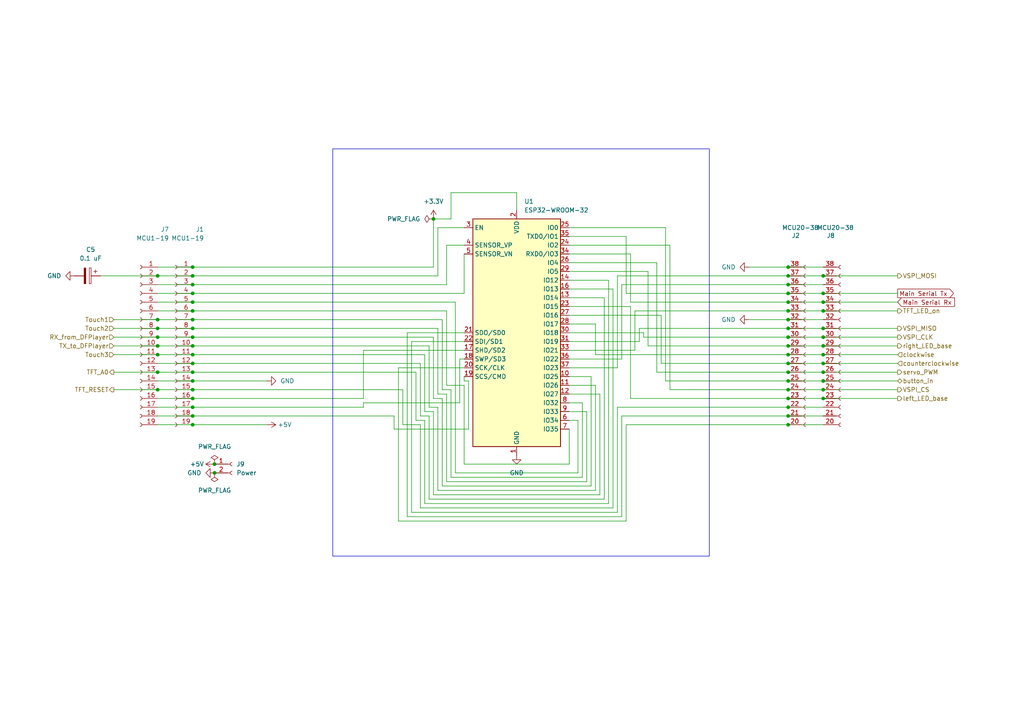
<source format=kicad_sch>
(kicad_sch (version 20231120) (generator "eeschema") (generator_version "8.0")
  (paper "A4")
  (lib_symbols
    (symbol "Connector:Conn_01x02_Socket" (pin_names (offset 1.016) hide)
      (property "Reference" "J" (at 0 2.54 0))
      (property "Value" "Conn_01x02_Socket" (at 0 -5.08 0))
      (symbol "Conn_01x02_Socket_1_1"
        (arc (start 0 -2.032) (mid -0.5058 -2.54) (end 0 -3.048) (stroke (width 0.1524)))
        (polyline (pts (xy -1.27 -2.54) (xy -0.508 -2.54)) (stroke (width 0.1524)))
        (polyline (pts (xy -1.27 0) (xy -0.508 0)) (stroke (width 0.1524)))
        (arc (start 0 0.508) (mid -0.5058 0) (end 0 -0.508) (stroke (width 0.1524)))
        (pin passive line (at -5.08 0 0) (length 3.81) (name "Pin_1") (number "1"))
        (pin passive line (at -5.08 -2.54 0) (length 3.81) (name "Pin_2") (number "2"))
      )
    )
    (symbol "Connector:Conn_01x19_Socket" (pin_names (offset 1.016) hide)
      (property "Reference" "J" (at 0 25.4 0))
      (property "Value" "Conn_01x19_Socket" (at 0 -25.4 0))
      (symbol "Conn_01x19_Socket_1_1"
        (arc (start 0 -22.352) (mid -0.5058 -22.86) (end 0 -23.368) (stroke (width 0.1524)))
        (arc (start 0 -19.812) (mid -0.5058 -20.32) (end 0 -20.828) (stroke (width 0.1524)))
        (arc (start 0 -17.272) (mid -0.5058 -17.78) (end 0 -18.288) (stroke (width 0.1524)))
        (arc (start 0 -14.732) (mid -0.5058 -15.24) (end 0 -15.748) (stroke (width 0.1524)))
        (arc (start 0 -12.192) (mid -0.5058 -12.7) (end 0 -13.208) (stroke (width 0.1524)))
        (arc (start 0 -9.652) (mid -0.5058 -10.16) (end 0 -10.668) (stroke (width 0.1524)))
        (arc (start 0 -7.112) (mid -0.5058 -7.62) (end 0 -8.128) (stroke (width 0.1524)))
        (arc (start 0 -4.572) (mid -0.5058 -5.08) (end 0 -5.588) (stroke (width 0.1524)))
        (arc (start 0 -2.032) (mid -0.5058 -2.54) (end 0 -3.048) (stroke (width 0.1524)))
        (polyline (pts (xy -1.27 -22.86) (xy -0.508 -22.86)) (stroke (width 0.1524)))
        (polyline (pts (xy -1.27 -20.32) (xy -0.508 -20.32)) (stroke (width 0.1524)))
        (polyline (pts (xy -1.27 -17.78) (xy -0.508 -17.78)) (stroke (width 0.1524)))
        (polyline (pts (xy -1.27 -15.24) (xy -0.508 -15.24)) (stroke (width 0.1524)))
        (polyline (pts (xy -1.27 -12.7) (xy -0.508 -12.7)) (stroke (width 0.1524)))
        (polyline (pts (xy -1.27 -10.16) (xy -0.508 -10.16)) (stroke (width 0.1524)))
        (polyline (pts (xy -1.27 -7.62) (xy -0.508 -7.62)) (stroke (width 0.1524)))
        (polyline (pts (xy -1.27 -5.08) (xy -0.508 -5.08)) (stroke (width 0.1524)))
        (polyline (pts (xy -1.27 -2.54) (xy -0.508 -2.54)) (stroke (width 0.1524)))
        (polyline (pts (xy -1.27 0) (xy -0.508 0)) (stroke (width 0.1524)))
        (polyline (pts (xy -1.27 2.54) (xy -0.508 2.54)) (stroke (width 0.1524)))
        (polyline (pts (xy -1.27 5.08) (xy -0.508 5.08)) (stroke (width 0.1524)))
        (polyline (pts (xy -1.27 7.62) (xy -0.508 7.62)) (stroke (width 0.1524)))
        (polyline (pts (xy -1.27 10.16) (xy -0.508 10.16)) (stroke (width 0.1524)))
        (polyline (pts (xy -1.27 12.7) (xy -0.508 12.7)) (stroke (width 0.1524)))
        (polyline (pts (xy -1.27 15.24) (xy -0.508 15.24)) (stroke (width 0.1524)))
        (polyline (pts (xy -1.27 17.78) (xy -0.508 17.78)) (stroke (width 0.1524)))
        (polyline (pts (xy -1.27 20.32) (xy -0.508 20.32)) (stroke (width 0.1524)))
        (polyline (pts (xy -1.27 22.86) (xy -0.508 22.86)) (stroke (width 0.1524)))
        (arc (start 0 0.508) (mid -0.5058 0) (end 0 -0.508) (stroke (width 0.1524)))
        (arc (start 0 3.048) (mid -0.5058 2.54) (end 0 2.032) (stroke (width 0.1524)))
        (arc (start 0 5.588) (mid -0.5058 5.08) (end 0 4.572) (stroke (width 0.1524)))
        (arc (start 0 8.128) (mid -0.5058 7.62) (end 0 7.112) (stroke (width 0.1524)))
        (arc (start 0 10.668) (mid -0.5058 10.16) (end 0 9.652) (stroke (width 0.1524)))
        (arc (start 0 13.208) (mid -0.5058 12.7) (end 0 12.192) (stroke (width 0.1524)))
        (arc (start 0 15.748) (mid -0.5058 15.24) (end 0 14.732) (stroke (width 0.1524)))
        (arc (start 0 18.288) (mid -0.5058 17.78) (end 0 17.272) (stroke (width 0.1524)))
        (arc (start 0 20.828) (mid -0.5058 20.32) (end 0 19.812) (stroke (width 0.1524)))
        (arc (start 0 23.368) (mid -0.5058 22.86) (end 0 22.352) (stroke (width 0.1524)))
        (pin passive line (at -5.08 22.86 0) (length 3.81) (name "Pin_1") (number "1"))
        (pin passive line (at -5.08 0 0) (length 3.81) (name "Pin_10") (number "10"))
        (pin passive line (at -5.08 -2.54 0) (length 3.81) (name "Pin_11") (number "11"))
        (pin passive line (at -5.08 -5.08 0) (length 3.81) (name "Pin_12") (number "12"))
        (pin passive line (at -5.08 -7.62 0) (length 3.81) (name "Pin_13") (number "13"))
        (pin passive line (at -5.08 -10.16 0) (length 3.81) (name "Pin_14") (number "14"))
        (pin passive line (at -5.08 -12.7 0) (length 3.81) (name "Pin_15") (number "15"))
        (pin passive line (at -5.08 -15.24 0) (length 3.81) (name "Pin_16") (number "16"))
        (pin passive line (at -5.08 -17.78 0) (length 3.81) (name "Pin_17") (number "17"))
        (pin passive line (at -5.08 -20.32 0) (length 3.81) (name "Pin_18") (number "18"))
        (pin passive line (at -5.08 -22.86 0) (length 3.81) (name "Pin_19") (number "19"))
        (pin passive line (at -5.08 20.32 0) (length 3.81) (name "Pin_2") (number "2"))
        (pin passive line (at -5.08 17.78 0) (length 3.81) (name "Pin_3") (number "3"))
        (pin passive line (at -5.08 15.24 0) (length 3.81) (name "Pin_4") (number "4"))
        (pin passive line (at -5.08 12.7 0) (length 3.81) (name "Pin_5") (number "5"))
        (pin passive line (at -5.08 10.16 0) (length 3.81) (name "Pin_6") (number "6"))
        (pin passive line (at -5.08 7.62 0) (length 3.81) (name "Pin_7") (number "7"))
        (pin passive line (at -5.08 5.08 0) (length 3.81) (name "Pin_8") (number "8"))
        (pin passive line (at -5.08 2.54 0) (length 3.81) (name "Pin_9") (number "9"))
      )
    )
    (symbol "Device:C_Polarized" (pin_numbers hide) (pin_names (offset 0.254))
      (property "Reference" "C" (at 0.635 2.54 0))
      (property "Value" "C_Polarized" (at 0.635 -2.54 0))
      (symbol "C_Polarized_0_1"
        (rectangle (start -2.286 0.508) (end 2.286 1.016))
        (polyline (pts (xy -1.778 2.286) (xy -0.762 2.286)))
        (polyline (pts (xy -1.27 2.794) (xy -1.27 1.778)))
        (rectangle (start 2.286 -0.508) (end -2.286 -1.016) (fill (type outline)))
      )
      (symbol "C_Polarized_1_1"
        (pin passive line (at 0 3.81 270) (length 2.794) (name "~") (number "1"))
        (pin passive line (at 0 -3.81 90) (length 2.794) (name "~") (number "2"))
      )
    )
    (symbol "Pinleiste_custom:Conn_01x19_Socket_renamed" (pin_names (offset 1.016) hide)
      (property "Reference" "J" (at 0 25.4 0))
      (property "Value" "Conn_01x19_Socket_renamed" (at 0 -25.4 0))
      (symbol "Conn_01x19_Socket_renamed_1_1"
        (arc (start 0 -22.352) (mid -0.5058 -22.86) (end 0 -23.368) (stroke (width 0.1524)))
        (arc (start 0 -19.812) (mid -0.5058 -20.32) (end 0 -20.828) (stroke (width 0.1524)))
        (arc (start 0 -17.272) (mid -0.5058 -17.78) (end 0 -18.288) (stroke (width 0.1524)))
        (arc (start 0 -14.732) (mid -0.5058 -15.24) (end 0 -15.748) (stroke (width 0.1524)))
        (arc (start 0 -12.192) (mid -0.5058 -12.7) (end 0 -13.208) (stroke (width 0.1524)))
        (arc (start 0 -9.652) (mid -0.5058 -10.16) (end 0 -10.668) (stroke (width 0.1524)))
        (arc (start 0 -7.112) (mid -0.5058 -7.62) (end 0 -8.128) (stroke (width 0.1524)))
        (arc (start 0 -4.572) (mid -0.5058 -5.08) (end 0 -5.588) (stroke (width 0.1524)))
        (arc (start 0 -2.032) (mid -0.5058 -2.54) (end 0 -3.048) (stroke (width 0.1524)))
        (polyline (pts (xy -1.27 -22.86) (xy -0.508 -22.86)) (stroke (width 0.1524)))
        (polyline (pts (xy -1.27 -20.32) (xy -0.508 -20.32)) (stroke (width 0.1524)))
        (polyline (pts (xy -1.27 -17.78) (xy -0.508 -17.78)) (stroke (width 0.1524)))
        (polyline (pts (xy -1.27 -15.24) (xy -0.508 -15.24)) (stroke (width 0.1524)))
        (polyline (pts (xy -1.27 -12.7) (xy -0.508 -12.7)) (stroke (width 0.1524)))
        (polyline (pts (xy -1.27 -10.16) (xy -0.508 -10.16)) (stroke (width 0.1524)))
        (polyline (pts (xy -1.27 -7.62) (xy -0.508 -7.62)) (stroke (width 0.1524)))
        (polyline (pts (xy -1.27 -5.08) (xy -0.508 -5.08)) (stroke (width 0.1524)))
        (polyline (pts (xy -1.27 -2.54) (xy -0.508 -2.54)) (stroke (width 0.1524)))
        (polyline (pts (xy -1.27 0) (xy -0.508 0)) (stroke (width 0.1524)))
        (polyline (pts (xy -1.27 2.54) (xy -0.508 2.54)) (stroke (width 0.1524)))
        (polyline (pts (xy -1.27 5.08) (xy -0.508 5.08)) (stroke (width 0.1524)))
        (polyline (pts (xy -1.27 7.62) (xy -0.508 7.62)) (stroke (width 0.1524)))
        (polyline (pts (xy -1.27 10.16) (xy -0.508 10.16)) (stroke (width 0.1524)))
        (polyline (pts (xy -1.27 12.7) (xy -0.508 12.7)) (stroke (width 0.1524)))
        (polyline (pts (xy -1.27 15.24) (xy -0.508 15.24)) (stroke (width 0.1524)))
        (polyline (pts (xy -1.27 17.78) (xy -0.508 17.78)) (stroke (width 0.1524)))
        (polyline (pts (xy -1.27 20.32) (xy -0.508 20.32)) (stroke (width 0.1524)))
        (polyline (pts (xy -1.27 22.86) (xy -0.508 22.86)) (stroke (width 0.1524)))
        (arc (start 0 0.508) (mid -0.5058 0) (end 0 -0.508) (stroke (width 0.1524)))
        (arc (start 0 3.048) (mid -0.5058 2.54) (end 0 2.032) (stroke (width 0.1524)))
        (arc (start 0 5.588) (mid -0.5058 5.08) (end 0 4.572) (stroke (width 0.1524)))
        (arc (start 0 8.128) (mid -0.5058 7.62) (end 0 7.112) (stroke (width 0.1524)))
        (arc (start 0 10.668) (mid -0.5058 10.16) (end 0 9.652) (stroke (width 0.1524)))
        (arc (start 0 13.208) (mid -0.5058 12.7) (end 0 12.192) (stroke (width 0.1524)))
        (arc (start 0 15.748) (mid -0.5058 15.24) (end 0 14.732) (stroke (width 0.1524)))
        (arc (start 0 18.288) (mid -0.5058 17.78) (end 0 17.272) (stroke (width 0.1524)))
        (arc (start 0 20.828) (mid -0.5058 20.32) (end 0 19.812) (stroke (width 0.1524)))
        (arc (start 0 23.368) (mid -0.5058 22.86) (end 0 22.352) (stroke (width 0.1524)))
        (pin passive line (at -5.08 -22.86 0) (length 3.81) (name "Pin_20") (number "20"))
        (pin passive line (at -5.08 -20.32 0) (length 3.81) (name "Pin_21") (number "21"))
        (pin passive line (at -5.08 -17.78 0) (length 3.81) (name "Pin_22") (number "22"))
        (pin passive line (at -5.08 -15.24 0) (length 3.81) (name "Pin_23") (number "23"))
        (pin passive line (at -5.08 -12.7 0) (length 3.81) (name "Pin_24") (number "24"))
        (pin passive line (at -5.08 -10.16 0) (length 3.81) (name "Pin_25") (number "25"))
        (pin passive line (at -5.08 -7.62 0) (length 3.81) (name "Pin_26") (number "26"))
        (pin passive line (at -5.08 -5.08 0) (length 3.81) (name "Pin_27") (number "27"))
        (pin passive line (at -5.08 -2.54 0) (length 3.81) (name "Pin_28") (number "28"))
        (pin passive line (at -5.08 0 0) (length 3.81) (name "Pin_29") (number "29"))
        (pin passive line (at -5.08 2.54 0) (length 3.81) (name "Pin_30") (number "30"))
        (pin passive line (at -5.08 5.08 0) (length 3.81) (name "Pin_31") (number "31"))
        (pin passive line (at -5.08 7.62 0) (length 3.81) (name "Pin_32") (number "32"))
        (pin passive line (at -5.08 10.16 0) (length 3.81) (name "Pin_33") (number "33"))
        (pin passive line (at -5.08 12.7 0) (length 3.81) (name "Pin_34") (number "34"))
        (pin passive line (at -5.08 15.24 0) (length 3.81) (name "Pin_35") (number "35"))
        (pin passive line (at -5.08 17.78 0) (length 3.81) (name "Pin_36") (number "36"))
        (pin passive line (at -5.08 20.32 0) (length 3.81) (name "Pin_37") (number "37"))
        (pin passive line (at -5.08 22.86 0) (length 3.81) (name "Pin_38") (number "38"))
      )
    )
    (symbol "RF_Module:ESP32-WROOM-32"
      (property "Reference" "U" (at -12.7 34.29 0))
      (property "Value" "ESP32-WROOM-32" (at 1.27 34.29 0))
      (symbol "ESP32-WROOM-32_0_1"
        (rectangle (start -12.7 33.02) (end 12.7 -33.02) (stroke (width 0.254)) (fill (type background)))
      )
      (symbol "ESP32-WROOM-32_1_1"
        (pin power_in line (at 0 -35.56 90) (length 2.54) (name "GND") (number "1"))
        (pin bidirectional line (at 15.24 -12.7 180) (length 2.54) (name "IO25") (number "10"))
        (pin bidirectional line (at 15.24 -15.24 180) (length 2.54) (name "IO26") (number "11"))
        (pin bidirectional line (at 15.24 -17.78 180) (length 2.54) (name "IO27") (number "12"))
        (pin bidirectional line (at 15.24 10.16 180) (length 2.54) (name "IO14") (number "13"))
        (pin bidirectional line (at 15.24 15.24 180) (length 2.54) (name "IO12") (number "14"))
        (pin passive line (at 0 -35.56 90) (length 2.54) hide (name "GND") (number "15"))
        (pin bidirectional line (at 15.24 12.7 180) (length 2.54) (name "IO13") (number "16"))
        (pin bidirectional line (at -15.24 -5.08 0) (length 2.54) (name "SHD/SD2") (number "17"))
        (pin bidirectional line (at -15.24 -7.62 0) (length 2.54) (name "SWP/SD3") (number "18"))
        (pin bidirectional line (at -15.24 -12.7 0) (length 2.54) (name "SCS/CMD") (number "19"))
        (pin power_in line (at 0 35.56 270) (length 2.54) (name "VDD") (number "2"))
        (pin bidirectional line (at -15.24 -10.16 0) (length 2.54) (name "SCK/CLK") (number "20"))
        (pin bidirectional line (at -15.24 0 0) (length 2.54) (name "SDO/SD0") (number "21"))
        (pin bidirectional line (at -15.24 -2.54 0) (length 2.54) (name "SDI/SD1") (number "22"))
        (pin bidirectional line (at 15.24 7.62 180) (length 2.54) (name "IO15") (number "23"))
        (pin bidirectional line (at 15.24 25.4 180) (length 2.54) (name "IO2") (number "24"))
        (pin bidirectional line (at 15.24 30.48 180) (length 2.54) (name "IO0") (number "25"))
        (pin bidirectional line (at 15.24 20.32 180) (length 2.54) (name "IO4") (number "26"))
        (pin bidirectional line (at 15.24 5.08 180) (length 2.54) (name "IO16") (number "27"))
        (pin bidirectional line (at 15.24 2.54 180) (length 2.54) (name "IO17") (number "28"))
        (pin bidirectional line (at 15.24 17.78 180) (length 2.54) (name "IO5") (number "29"))
        (pin input line (at -15.24 30.48 0) (length 2.54) (name "EN") (number "3"))
        (pin bidirectional line (at 15.24 0 180) (length 2.54) (name "IO18") (number "30"))
        (pin bidirectional line (at 15.24 -2.54 180) (length 2.54) (name "IO19") (number "31"))
        (pin no_connect line (at -12.7 -27.94 0) (length 2.54) hide (name "NC") (number "32"))
        (pin bidirectional line (at 15.24 -5.08 180) (length 2.54) (name "IO21") (number "33"))
        (pin bidirectional line (at 15.24 22.86 180) (length 2.54) (name "RXD0/IO3") (number "34"))
        (pin bidirectional line (at 15.24 27.94 180) (length 2.54) (name "TXD0/IO1") (number "35"))
        (pin bidirectional line (at 15.24 -7.62 180) (length 2.54) (name "IO22") (number "36"))
        (pin bidirectional line (at 15.24 -10.16 180) (length 2.54) (name "IO23") (number "37"))
        (pin passive line (at 0 -35.56 90) (length 2.54) hide (name "GND") (number "38"))
        (pin passive line (at 0 -35.56 90) (length 2.54) hide (name "GND") (number "39"))
        (pin input line (at -15.24 25.4 0) (length 2.54) (name "SENSOR_VP") (number "4"))
        (pin input line (at -15.24 22.86 0) (length 2.54) (name "SENSOR_VN") (number "5"))
        (pin input line (at 15.24 -25.4 180) (length 2.54) (name "IO34") (number "6"))
        (pin input line (at 15.24 -27.94 180) (length 2.54) (name "IO35") (number "7"))
        (pin bidirectional line (at 15.24 -20.32 180) (length 2.54) (name "IO32") (number "8"))
        (pin bidirectional line (at 15.24 -22.86 180) (length 2.54) (name "IO33") (number "9"))
      )
    )
    (symbol "power:+3.3V" (power) (pin_numbers hide) (pin_names (offset 0) hide)
      (property "Value" "+3.3V" (at 0 3.556 0))
      (symbol "+3.3V_0_1"
        (polyline (pts (xy -0.762 1.27) (xy 0 2.54)))
        (polyline (pts (xy 0 0) (xy 0 2.54)))
        (polyline (pts (xy 0 2.54) (xy 0.762 1.27)))
      )
      (symbol "+3.3V_1_1"
        (pin power_in line (at 0 0 90) (length 0) (name "~") (number "1"))
      )
    )
    (symbol "power:+5V" (power) (pin_numbers hide) (pin_names (offset 0) hide)
      (property "Value" "+5V" (at 0 3.556 0))
      (symbol "+5V_0_1"
        (polyline (pts (xy -0.762 1.27) (xy 0 2.54)))
        (polyline (pts (xy 0 0) (xy 0 2.54)))
        (polyline (pts (xy 0 2.54) (xy 0.762 1.27)))
      )
      (symbol "+5V_1_1"
        (pin power_in line (at 0 0 90) (length 0) (name "~") (number "1"))
      )
    )
    (symbol "power:GND" (power) (pin_numbers hide) (pin_names (offset 0) hide)
      (property "Value" "GND" (at 0 -3.81 0))
      (symbol "GND_0_1"
        (polyline (pts (xy 0 0) (xy 0 -1.27) (xy 1.27 -1.27) (xy 0 -2.54) (xy -1.27 -1.27) (xy 0 -1.27)))
      )
      (symbol "GND_1_1"
        (pin power_in line (at 0 0 270) (length 0) (name "~") (number "1"))
      )
    )
    (symbol "power:PWR_FLAG" (power) (pin_numbers hide) (pin_names (offset 0) hide)
      (property "Value" "PWR_FLAG" (at 0 3.81 0))
      (symbol "PWR_FLAG_0_0"
        (pin power_out line (at 0 0 90) (length 0) (name "~") (number "1"))
      )
      (symbol "PWR_FLAG_0_1"
        (polyline (pts (xy 0 0) (xy 0 1.27) (xy -1.016 1.905) (xy 0 2.54) (xy 1.016 1.905) (xy 0 1.27)))
      )
    )
  )
  (junction (at 62.23 137.16))
  (junction (at 238.76 110.49))
  (junction (at 228.6 92.71))
  (junction (at 55.88 105.41))
  (junction (at 55.88 95.25))
  (junction (at 55.88 82.55))
  (junction (at 55.88 115.57))
  (junction (at 238.76 97.79))
  (junction (at 228.6 87.63))
  (junction (at 62.23 134.62))
  (junction (at 55.88 102.87))
  (junction (at 228.6 97.79))
  (junction (at 228.6 82.55))
  (junction (at 55.88 80.01))
  (junction (at 228.6 100.33))
  (junction (at 55.88 77.47))
  (junction (at 45.72 92.71))
  (junction (at 228.6 90.17))
  (junction (at 238.76 87.63))
  (junction (at 55.88 100.33))
  (junction (at 228.6 105.41))
  (junction (at 228.6 120.65))
  (junction (at 55.88 113.03))
  (junction (at 55.88 120.65))
  (junction (at 45.72 80.01))
  (junction (at 238.76 85.09))
  (junction (at 55.88 118.11))
  (junction (at 55.88 107.95))
  (junction (at 55.88 97.79))
  (junction (at 55.88 90.17))
  (junction (at 55.88 87.63))
  (junction (at 238.76 102.87))
  (junction (at 55.88 92.71))
  (junction (at 238.76 113.03))
  (junction (at 238.76 100.33))
  (junction (at 125.73 63.5))
  (junction (at 238.76 90.17))
  (junction (at 45.72 97.79))
  (junction (at 228.6 77.47))
  (junction (at 228.6 80.01))
  (junction (at 228.6 115.57))
  (junction (at 228.6 95.25))
  (junction (at 45.72 107.95))
  (junction (at 228.6 85.09))
  (junction (at 45.72 100.33))
  (junction (at 45.72 95.25))
  (junction (at 238.76 80.01))
  (junction (at 228.6 118.11))
  (junction (at 55.88 110.49))
  (junction (at 228.6 113.03))
  (junction (at 238.76 107.95))
  (junction (at 228.6 107.95))
  (junction (at 45.72 102.87))
  (junction (at 238.76 95.25))
  (junction (at 228.6 102.87))
  (junction (at 228.6 110.49))
  (junction (at 55.88 85.09))
  (junction (at 55.88 123.19))
  (junction (at 228.6 123.19))
  (junction (at 238.76 105.41))
  (junction (at 45.72 113.03))
  (junction (at 238.76 115.57))
  (wire (pts (xy 134.62 73.66) (xy 134.62 85.09)))
  (wire (pts (xy 55.88 85.09) (xy 134.62 85.09)))
  (wire (pts (xy 45.72 85.09) (xy 55.88 85.09)))
  (wire (pts (xy 149.86 55.88) (xy 149.86 60.96)))
  (wire (pts (xy 228.6 113.03) (xy 238.76 113.03)))
  (wire (pts (xy 190.5 107.95) (xy 228.6 107.95)))
  (wire (pts (xy 29.21 80.01) (xy 45.72 80.01)))
  (wire (pts (xy 130.81 113.03) (xy 128.27 113.03)))
  (wire (pts (xy 134.62 99.06) (xy 119.38 99.06)))
  (wire (pts (xy 186.69 96.52) (xy 186.69 97.79)))
  (wire (pts (xy 33.02 100.33) (xy 45.72 100.33)))
  (wire (pts (xy 187.96 100.33) (xy 228.6 100.33)))
  (wire (pts (xy 45.72 105.41) (xy 55.88 105.41)))
  (wire (pts (xy 45.72 97.79) (xy 55.88 97.79)))
  (wire (pts (xy 129.54 71.12) (xy 129.54 82.55)))
  (wire (pts (xy 130.81 63.5) (xy 130.81 55.88)))
  (wire (pts (xy 193.04 110.49) (xy 228.6 110.49)))
  (wire (pts (xy 179.07 118.11) (xy 228.6 118.11)))
  (wire (pts (xy 238.76 87.63) (xy 260.35 87.63)))
  (wire (pts (xy 217.17 92.71) (xy 228.6 92.71)))
  (wire (pts (xy 128.27 115.57) (xy 125.73 115.57)))
  (wire (pts (xy 33.02 107.95) (xy 45.72 107.95)))
  (wire (pts (xy 127 66.04) (xy 134.62 66.04)))
  (wire (pts (xy 181.61 68.58) (xy 181.61 85.09)))
  (wire (pts (xy 121.92 123.19) (xy 116.84 123.19)))
  (wire (pts (xy 125.73 63.5) (xy 125.73 77.47)))
  (wire (pts (xy 45.72 102.87) (xy 55.88 102.87)))
  (wire (pts (xy 134.62 104.14) (xy 133.35 104.14)))
  (wire (pts (xy 105.41 101.6) (xy 134.62 101.6)))
  (wire (pts (xy 55.88 77.47) (xy 125.73 77.47)))
  (wire (pts (xy 45.72 110.49) (xy 55.88 110.49)))
  (wire (pts (xy 128.27 140.97) (xy 128.27 115.57)))
  (wire (pts (xy 55.88 115.57) (xy 105.41 115.57)))
  (wire (pts (xy 182.88 87.63) (xy 228.6 87.63)))
  (wire (pts (xy 238.76 107.95) (xy 260.35 107.95)))
  (wire (pts (xy 116.84 123.19) (xy 116.84 113.03)))
  (wire (pts (xy 165.1 66.04) (xy 193.04 66.04)))
  (wire (pts (xy 179.07 106.68) (xy 179.07 80.01)))
  (wire (pts (xy 170.18 119.38) (xy 165.1 119.38)))
  (wire (pts (xy 55.88 92.71) (xy 128.27 92.71)))
  (wire (pts (xy 171.45 140.97) (xy 128.27 140.97)))
  (wire (pts (xy 115.57 151.13) (xy 181.61 151.13)))
  (wire (pts (xy 119.38 99.06) (xy 119.38 148.59)))
  (wire (pts (xy 238.76 85.09) (xy 260.35 85.09)))
  (wire (pts (xy 45.72 87.63) (xy 55.88 87.63)))
  (wire (pts (xy 182.88 115.57) (xy 228.6 115.57)))
  (wire (pts (xy 115.57 106.68) (xy 115.57 151.13)))
  (wire (pts (xy 105.41 118.11) (xy 105.41 116.84)))
  (wire (pts (xy 228.6 80.01) (xy 238.76 80.01)))
  (wire (pts (xy 165.1 114.3) (xy 173.99 114.3)))
  (wire (pts (xy 238.76 110.49) (xy 260.35 110.49)))
  (wire (pts (xy 228.6 85.09) (xy 238.76 85.09)))
  (wire (pts (xy 175.26 144.78) (xy 124.46 144.78)))
  (wire (pts (xy 55.88 97.79) (xy 125.73 97.79)))
  (wire (pts (xy 45.72 92.71) (xy 55.88 92.71)))
  (wire (pts (xy 172.72 102.87) (xy 228.6 102.87)))
  (wire (pts (xy 238.76 100.33) (xy 260.35 100.33)))
  (wire (pts (xy 118.11 96.52) (xy 118.11 149.86)))
  (wire (pts (xy 173.99 143.51) (xy 125.73 143.51)))
  (wire (pts (xy 184.15 101.6) (xy 184.15 90.17)))
  (wire (pts (xy 134.62 110.49) (xy 135.89 110.49)))
  (wire (pts (xy 165.1 111.76) (xy 172.72 111.76)))
  (wire (pts (xy 55.88 82.55) (xy 129.54 82.55)))
  (wire (pts (xy 165.1 116.84) (xy 168.91 116.84)))
  (wire (pts (xy 55.88 100.33) (xy 124.46 100.33)))
  (wire (pts (xy 228.6 107.95) (xy 238.76 107.95)))
  (wire (pts (xy 165.1 71.12) (xy 194.31 71.12)))
  (wire (pts (xy 182.88 73.66) (xy 182.88 87.63)))
  (wire (pts (xy 185.42 95.25) (xy 228.6 95.25)))
  (wire (pts (xy 182.88 88.9) (xy 182.88 115.57)))
  (wire (pts (xy 238.76 95.25) (xy 260.35 95.25)))
  (wire (pts (xy 168.91 116.84) (xy 168.91 138.43)))
  (wire (pts (xy 238.76 105.41) (xy 260.35 105.41)))
  (wire (pts (xy 134.62 96.52) (xy 118.11 96.52)))
  (wire (pts (xy 165.1 73.66) (xy 182.88 73.66)))
  (wire (pts (xy 127 66.04) (xy 127 80.01)))
  (wire (pts (xy 238.76 102.87) (xy 260.35 102.87)))
  (wire (pts (xy 33.02 97.79) (xy 45.72 97.79)))
  (wire (pts (xy 45.72 82.55) (xy 55.88 82.55)))
  (wire (pts (xy 123.19 119.38) (xy 123.19 102.87)))
  (wire (pts (xy 165.1 76.2) (xy 190.5 76.2)))
  (wire (pts (xy 105.41 101.6) (xy 105.41 115.57)))
  (wire (pts (xy 45.72 118.11) (xy 55.88 118.11)))
  (wire (pts (xy 129.54 114.3) (xy 129.54 139.7)))
  (wire (pts (xy 217.17 77.47) (xy 228.6 77.47)))
  (wire (pts (xy 55.88 87.63) (xy 132.08 87.63)))
  (wire (pts (xy 177.8 83.82) (xy 177.8 147.32)))
  (wire (pts (xy 167.64 121.92) (xy 167.64 137.16)))
  (wire (pts (xy 121.92 147.32) (xy 121.92 123.19)))
  (wire (pts (xy 194.31 71.12) (xy 194.31 113.03)))
  (wire (pts (xy 165.1 96.52) (xy 186.69 96.52)))
  (wire (pts (xy 45.72 107.95) (xy 55.88 107.95)))
  (wire (pts (xy 33.02 95.25) (xy 45.72 95.25)))
  (wire (pts (xy 185.42 99.06) (xy 185.42 95.25)))
  (wire (pts (xy 228.6 110.49) (xy 238.76 110.49)))
  (wire (pts (xy 165.1 78.74) (xy 187.96 78.74)))
  (wire (pts (xy 118.11 149.86) (xy 180.34 149.86)))
  (wire (pts (xy 172.72 111.76) (xy 172.72 142.24)))
  (wire (pts (xy 129.54 139.7) (xy 170.18 139.7)))
  (wire (pts (xy 180.34 104.14) (xy 180.34 82.55)))
  (wire (pts (xy 33.02 102.87) (xy 45.72 102.87)))
  (wire (pts (xy 172.72 93.98) (xy 172.72 102.87)))
  (wire (pts (xy 238.76 113.03) (xy 260.35 113.03)))
  (wire (pts (xy 45.72 123.19) (xy 55.88 123.19)))
  (wire (pts (xy 124.46 118.11) (xy 124.46 100.33)))
  (wire (pts (xy 55.88 95.25) (xy 127 95.25)))
  (wire (pts (xy 114.3 124.46) (xy 114.3 120.65)))
  (wire (pts (xy 165.1 106.68) (xy 179.07 106.68)))
  (wire (pts (xy 134.62 106.68) (xy 115.57 106.68)))
  (wire (pts (xy 125.73 115.57) (xy 125.73 97.79)))
  (wire (pts (xy 127 95.25) (xy 127 114.3)))
  (wire (pts (xy 134.62 109.22) (xy 134.62 110.49)))
  (wire (pts (xy 123.19 146.05) (xy 123.19 121.92)))
  (wire (pts (xy 165.1 91.44) (xy 191.77 91.44)))
  (wire (pts (xy 173.99 114.3) (xy 173.99 143.51)))
  (wire (pts (xy 191.77 105.41) (xy 228.6 105.41)))
  (wire (pts (xy 45.72 100.33) (xy 55.88 100.33)))
  (wire (pts (xy 165.1 99.06) (xy 185.42 99.06)))
  (wire (pts (xy 179.07 148.59) (xy 179.07 118.11)))
  (wire (pts (xy 55.88 113.03) (xy 116.84 113.03)))
  (wire (pts (xy 120.65 121.92) (xy 120.65 107.95)))
  (wire (pts (xy 33.02 92.71) (xy 45.72 92.71)))
  (wire (pts (xy 180.34 149.86) (xy 180.34 120.65)))
  (wire (pts (xy 45.72 77.47) (xy 55.88 77.47)))
  (wire (pts (xy 171.45 109.22) (xy 171.45 140.97)))
  (wire (pts (xy 175.26 86.36) (xy 175.26 144.78)))
  (wire (pts (xy 130.81 55.88) (xy 149.86 55.88)))
  (wire (pts (xy 135.89 124.46) (xy 114.3 124.46)))
  (wire (pts (xy 45.72 120.65) (xy 55.88 120.65)))
  (wire (pts (xy 55.88 123.19) (xy 77.47 123.19)))
  (wire (pts (xy 180.34 82.55) (xy 228.6 82.55)))
  (wire (pts (xy 165.1 68.58) (xy 181.61 68.58)))
  (wire (pts (xy 165.1 88.9) (xy 182.88 88.9)))
  (wire (pts (xy 55.88 102.87) (xy 123.19 102.87)))
  (wire (pts (xy 186.69 97.79) (xy 228.6 97.79)))
  (wire (pts (xy 228.6 115.57) (xy 238.76 115.57)))
  (wire (pts (xy 124.46 120.65) (xy 121.92 120.65)))
  (wire (pts (xy 167.64 137.16) (xy 132.08 137.16)))
  (wire (pts (xy 133.35 104.14) (xy 133.35 116.84)))
  (wire (pts (xy 228.6 123.19) (xy 238.76 123.19)))
  (wire (pts (xy 228.6 77.47) (xy 238.76 77.47)))
  (wire (pts (xy 168.91 138.43) (xy 130.81 138.43)))
  (wire (pts (xy 238.76 90.17) (xy 260.35 90.17)))
  (wire (pts (xy 130.81 138.43) (xy 130.81 113.03)))
  (wire (pts (xy 127 118.11) (xy 124.46 118.11)))
  (wire (pts (xy 165.1 109.22) (xy 171.45 109.22)))
  (wire (pts (xy 187.96 78.74) (xy 187.96 100.33)))
  (wire (pts (xy 165.1 101.6) (xy 184.15 101.6)))
  (wire (pts (xy 228.6 100.33) (xy 238.76 100.33)))
  (wire (pts (xy 180.34 120.65) (xy 228.6 120.65)))
  (wire (pts (xy 184.15 90.17) (xy 228.6 90.17)))
  (wire (pts (xy 55.88 110.49) (xy 77.47 110.49)))
  (wire (pts (xy 121.92 120.65) (xy 121.92 105.41)))
  (wire (pts (xy 55.88 118.11) (xy 105.41 118.11)))
  (wire (pts (xy 45.72 113.03) (xy 55.88 113.03)))
  (wire (pts (xy 123.19 121.92) (xy 120.65 121.92)))
  (wire (pts (xy 181.61 85.09) (xy 228.6 85.09)))
  (wire (pts (xy 134.62 71.12) (xy 129.54 71.12)))
  (wire (pts (xy 55.88 107.95) (xy 120.65 107.95)))
  (wire (pts (xy 181.61 151.13) (xy 181.61 123.19)))
  (wire (pts (xy 125.73 63.5) (xy 130.81 63.5)))
  (wire (pts (xy 181.61 123.19) (xy 228.6 123.19)))
  (wire (pts (xy 228.6 105.41) (xy 238.76 105.41)))
  (wire (pts (xy 45.72 80.01) (xy 55.88 80.01)))
  (wire (pts (xy 129.54 111.76) (xy 129.54 90.17)))
  (wire (pts (xy 134.62 111.76) (xy 129.54 111.76)))
  (wire (pts (xy 228.6 90.17) (xy 238.76 90.17)))
  (wire (pts (xy 45.72 115.57) (xy 55.88 115.57)))
  (wire (pts (xy 176.53 146.05) (xy 123.19 146.05)))
  (wire (pts (xy 165.1 93.98) (xy 172.72 93.98)))
  (wire (pts (xy 228.6 82.55) (xy 238.76 82.55)))
  (wire (pts (xy 165.1 134.62) (xy 134.62 134.62)))
  (wire (pts (xy 177.8 147.32) (xy 121.92 147.32)))
  (wire (pts (xy 165.1 83.82) (xy 177.8 83.82)))
  (wire (pts (xy 179.07 80.01) (xy 228.6 80.01)))
  (wire (pts (xy 124.46 144.78) (xy 124.46 120.65)))
  (wire (pts (xy 228.6 102.87) (xy 238.76 102.87)))
  (wire (pts (xy 170.18 139.7) (xy 170.18 119.38)))
  (wire (pts (xy 127 114.3) (xy 129.54 114.3)))
  (wire (pts (xy 135.89 110.49) (xy 135.89 124.46)))
  (wire (pts (xy 190.5 76.2) (xy 190.5 107.95)))
  (wire (pts (xy 127 142.24) (xy 127 118.11)))
  (wire (pts (xy 191.77 91.44) (xy 191.77 105.41)))
  (wire (pts (xy 134.62 134.62) (xy 134.62 111.76)))
  (wire (pts (xy 128.27 113.03) (xy 128.27 92.71)))
  (wire (pts (xy 238.76 80.01) (xy 260.35 80.01)))
  (wire (pts (xy 165.1 104.14) (xy 180.34 104.14)))
  (wire (pts (xy 238.76 97.79) (xy 260.35 97.79)))
  (wire (pts (xy 119.38 148.59) (xy 179.07 148.59)))
  (wire (pts (xy 133.35 116.84) (xy 105.41 116.84)))
  (wire (pts (xy 165.1 81.28) (xy 176.53 81.28)))
  (wire (pts (xy 238.76 115.57) (xy 260.35 115.57)))
  (wire (pts (xy 125.73 119.38) (xy 123.19 119.38)))
  (wire (pts (xy 55.88 105.41) (xy 121.92 105.41)))
  (wire (pts (xy 228.6 87.63) (xy 238.76 87.63)))
  (wire (pts (xy 45.72 95.25) (xy 55.88 95.25)))
  (wire (pts (xy 228.6 95.25) (xy 238.76 95.25)))
  (wire (pts (xy 132.08 137.16) (xy 132.08 87.63)))
  (wire (pts (xy 165.1 121.92) (xy 167.64 121.92)))
  (wire (pts (xy 165.1 86.36) (xy 175.26 86.36)))
  (wire (pts (xy 55.88 120.65) (xy 114.3 120.65)))
  (wire (pts (xy 228.6 97.79) (xy 238.76 97.79)))
  (wire (pts (xy 127 142.24) (xy 172.72 142.24)))
  (wire (pts (xy 55.88 80.01) (xy 127 80.01)))
  (wire (pts (xy 55.88 90.17) (xy 129.54 90.17)))
  (wire (pts (xy 125.73 143.51) (xy 125.73 119.38)))
  (wire (pts (xy 176.53 81.28) (xy 176.53 146.05)))
  (wire (pts (xy 193.04 66.04) (xy 193.04 110.49)))
  (wire (pts (xy 165.1 124.46) (xy 165.1 134.62)))
  (wire (pts (xy 33.02 113.03) (xy 45.72 113.03)))
  (wire (pts (xy 228.6 118.11) (xy 238.76 118.11)))
  (wire (pts (xy 228.6 120.65) (xy 238.76 120.65)))
  (wire (pts (xy 45.72 90.17) (xy 55.88 90.17)))
  (wire (pts (xy 228.6 92.71) (xy 238.76 92.71)))
  (wire (pts (xy 194.31 113.03) (xy 228.6 113.03)))
  (rectangle (start 96.52 43.18) (end 205.74 161.29))
  (global_label "Main Serial Tx" (shape output) (at 260.35 85.09 0) (property "Intersheetrefs" "${INTERSHEET_REFS}" (effects (hide yes))))
  (global_label "Main Serial Rx" (shape input) (at 260.35 87.63 0) (property "Intersheetrefs" "${INTERSHEET_REFS}" (effects (hide yes))))
  (hierarchical_label "VSPI_MISO" (shape output) (at 260.35 95.25 0))
  (hierarchical_label "right_LED_base" (shape output) (at 260.35 100.33 0))
  (hierarchical_label "clockwise" (shape input) (at 260.35 102.87 0))
  (hierarchical_label "counterclockwise" (shape input) (at 260.35 105.41 0))
  (hierarchical_label "TFT_LED_on" (shape output) (at 260.35 90.17 0))
  (hierarchical_label "TFT_A0" (shape output) (at 33.02 107.95 180))
  (hierarchical_label "VSPI_MOSI" (shape output) (at 260.35 80.01 0))
  (hierarchical_label "button_in" (shape bidirectional) (at 260.35 110.49 0))
  (hierarchical_label "Touch3" (shape input) (at 33.02 102.87 180))
  (hierarchical_label "TFT_RESET" (shape output) (at 33.02 113.03 180))
  (hierarchical_label "VSPI_CLK" (shape output) (at 260.35 97.79 0))
  (hierarchical_label "RX_from_DFPlayer" (shape input) (at 33.02 97.79 180))
  (hierarchical_label "left_LED_base" (shape output) (at 260.35 115.57 0))
  (hierarchical_label "VSPI_CS" (shape output) (at 260.35 113.03 0))
  (hierarchical_label "servo_PWM" (shape output) (at 260.35 107.95 0))
  (hierarchical_label "TX_to_DFPlayer" (shape input) (at 33.02 100.33 180))
  (hierarchical_label "Touch1" (shape input) (at 33.02 92.71 180))
  (hierarchical_label "Touch2" (shape input) (at 33.02 95.25 180))
  (symbol (lib_id "Pinleiste_custom:Conn_01x19_Socket_renamed") (at 233.68 100.33 0) (unit 1)
    (property "Reference" "J2" (at 229.616 68.326 0) (effects (justify left)))
    (property "Value" "MCU20-38" (at 226.822 66.04 0) (effects (justify left)))
    (property "Footprint" "1x19_renumbered:PinSocket_1x19_P2.54mm_Vertical_renumbered" (effects (hide yes)))
    (property "Description" "Generic connector, single row, 01x19, script generated" (effects (hide yes)))
  )
  (symbol (lib_id "power:GND") (at 217.17 77.47 270) (unit 1)
    (property "Reference" "#PWR04" (effects (hide yes)))
    (property "Value" "GND" (at 213.36 77.4699 90) (effects (justify right)))
    (property "Description" "Power symbol creates a global label with name \"GND\" , ground" (effects (hide yes)))
  )
  (symbol (lib_id "power:PWR_FLAG") (at 62.23 134.62 0) (unit 1)
    (property "Reference" "#FLG02" (effects (hide yes)))
    (property "Value" "PWR_FLAG" (at 62.23 129.54 0))
    (property "Description" "Special symbol for telling ERC where power comes from" (effects (hide yes)))
  )
  (symbol (lib_id "power:+3.3V") (at 125.73 63.5 0) (unit 1)
    (property "Reference" "#PWR02" (effects (hide yes)))
    (property "Value" "+3.3V" (at 125.73 58.42 0))
    (property "Description" "Power symbol creates a global label with name \"+3.3V\"" (effects (hide yes)))
  )
  (symbol (lib_id "power:GND") (at 217.17 92.71 270) (unit 1)
    (property "Reference" "#PWR05" (effects (hide yes)))
    (property "Value" "GND" (at 213.36 92.7099 90) (effects (justify right)))
    (property "Description" "Power symbol creates a global label with name \"GND\" , ground" (effects (hide yes)))
  )
  (symbol (lib_id "Connector:Conn_01x19_Socket") (at 50.8 100.33 0) (mirror y) (unit 1)
    (property "Reference" "J1" (at 59.182 66.548 0) (effects (justify left)))
    (property "Value" "MCU1-19" (at 59.182 69.088 0) (effects (justify left)))
    (property "Footprint" "Connector_PinHeader_2.54mm:PinHeader_1x19_P2.54mm_Vertical" (effects (hide yes)))
    (property "Description" "Generic connector, single row, 01x19, script generated" (effects (hide yes)))
  )
  (symbol (lib_id "power:GND") (at 21.59 80.01 270) (unit 1)
    (property "Reference" "#PWR029" (effects (hide yes)))
    (property "Value" "GND" (at 17.78 80.0099 90) (effects (justify right)))
    (property "Description" "Power symbol creates a global label with name \"GND\" , ground" (effects (hide yes)))
  )
  (symbol (lib_id "power:+5V") (at 77.47 123.19 270) (unit 1)
    (property "Reference" "#PWR01" (effects (hide yes)))
    (property "Value" "+5V" (at 80.518 123.19 90) (effects (justify left)))
    (property "Description" "Power symbol creates a global label with name \"+5V\"" (effects (hide yes)))
  )
  (symbol (lib_id "RF_Module:ESP32-WROOM-32") (at 149.86 96.52 0) (unit 1) (exclude_from_sim yes) (in_bom no) (on_board no)
    (property "Reference" "U1" (at 152.0541 58.42 0) (effects (justify left)))
    (property "Value" "ESP32-WROOM-32" (at 152.0541 60.96 0) (effects (justify left)))
    (property "Footprint" "esp32:MODULE_ESP32_NODEMCU-USB-C" (effects (hide yes)))
    (property "Datasheet" "https://www.espressif.com/sites/default/files/documentation/esp32-wroom-32_datasheet_en.pdf" (effects (hide yes)))
    (property "Description" "RF Module, ESP32-D0WDQ6 SoC, Wi-Fi 802.11b/g/n, Bluetooth, BLE, 32-bit, 2.7-3.6V, onboard antenna, SMD" (effects (hide yes)))
  )
  (symbol (lib_id "Device:C_Polarized") (at 25.4 80.01 270) (unit 1)
    (property "Reference" "C5" (at 26.289 72.39 90))
    (property "Value" "0.1 uF" (at 26.289 74.93 90))
    (property "Footprint" "Capacitor_THT:CP_Radial_D5.0mm_P2.50mm" (effects (hide yes)))
    (property "Description" "Polarized capacitor" (effects (hide yes)))
  )
  (symbol (lib_id "power:GND") (at 62.23 137.16 270) (unit 1)
    (property "Reference" "#PWR022" (effects (hide yes)))
    (property "Value" "GND" (at 58.42 137.1599 90) (effects (justify right)))
    (property "Description" "Power symbol creates a global label with name \"GND\" , ground" (effects (hide yes)))
  )
  (symbol (lib_id "power:PWR_FLAG") (at 125.73 63.5 90) (unit 1)
    (property "Reference" "#FLG01" (effects (hide yes)))
    (property "Value" "PWR_FLAG" (at 121.92 63.4999 90) (effects (justify left)))
    (property "Description" "Special symbol for telling ERC where power comes from" (effects (hide yes)))
  )
  (symbol (lib_id "power:GND") (at 77.47 110.49 90) (unit 1)
    (property "Reference" "#PWR03" (effects (hide yes)))
    (property "Value" "GND" (at 81.28 110.4899 90) (effects (justify right)))
    (property "Description" "Power symbol creates a global label with name \"GND\" , ground" (effects (hide yes)))
  )
  (symbol (lib_id "Connector:Conn_01x19_Socket") (at 40.64 100.33 0) (mirror y) (unit 1)
    (property "Reference" "J7" (at 49.022 66.548 0) (effects (justify left)))
    (property "Value" "MCU1-19" (at 49.022 69.088 0) (effects (justify left)))
    (property "Footprint" "Connector_PinHeader_2.54mm:PinHeader_1x19_P2.54mm_Vertical" (effects (hide yes)))
    (property "Description" "Generic connector, single row, 01x19, script generated" (effects (hide yes)))
  )
  (symbol (lib_id "Pinleiste_custom:Conn_01x19_Socket_renamed") (at 243.84 100.33 0) (unit 1)
    (property "Reference" "J8" (at 239.776 68.326 0) (effects (justify left)))
    (property "Value" "MCU20-38" (at 236.982 66.04 0) (effects (justify left)))
    (property "Footprint" "1x19_renumbered:PinSocket_1x19_P2.54mm_Vertical_renumbered" (effects (hide yes)))
    (property "Description" "Generic connector, single row, 01x19, script generated" (effects (hide yes)))
  )
  (symbol (lib_id "power:+5V") (at 62.23 134.62 90) (unit 1)
    (property "Reference" "#PWR021" (effects (hide yes)))
    (property "Value" "+5V" (at 59.182 134.62 90) (effects (justify left)))
    (property "Description" "Power symbol creates a global label with name \"+5V\"" (effects (hide yes)))
  )
  (symbol (lib_id "Connector:Conn_01x02_Socket") (at 67.31 134.62 0) (unit 1)
    (property "Reference" "J9" (at 68.58 134.6199 0) (effects (justify left)))
    (property "Value" "Power" (at 68.58 137.1599 0) (effects (justify left)))
    (property "Footprint" "Connector_PinSocket_2.54mm:PinSocket_1x02_P2.54mm_Vertical" (effects (hide yes)))
    (property "Description" "Generic connector, single row, 01x02, script generated" (effects (hide yes)))
  )
  (symbol (lib_id "power:PWR_FLAG") (at 62.23 137.16 180) (unit 1)
    (property "Reference" "#FLG03" (effects (hide yes)))
    (property "Value" "PWR_FLAG" (at 62.23 142.24 0))
    (property "Description" "Special symbol for telling ERC where power comes from" (effects (hide yes)))
  )
  (symbol (lib_id "power:GND") (at 149.86 132.08 0) (unit 1)
    (property "Reference" "#PWR06" (effects (hide yes)))
    (property "Value" "GND" (at 149.86 137.16 0))
    (property "Description" "Power symbol creates a global label with name \"GND\" , ground" (effects (hide yes)))
  )
)
</source>
